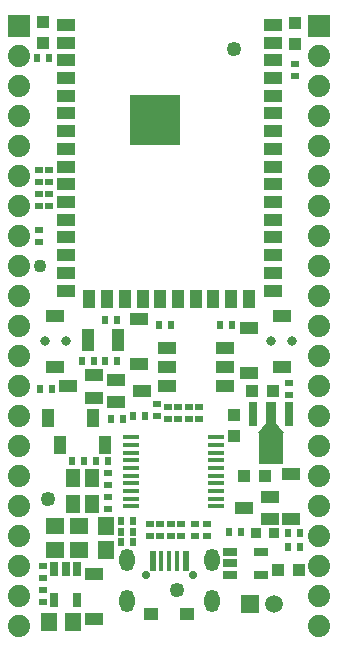
<source format=gbr>
G04 #@! TF.GenerationSoftware,KiCad,Pcbnew,5.1.0-rc2-unknown-036be7d~80~ubuntu16.04.1*
G04 #@! TF.CreationDate,2020-07-14T15:33:40+03:00*
G04 #@! TF.ProjectId,ESP32-S2-DevKit-Lipo_Rev_B,45535033-322d-4533-922d-4465764b6974,B*
G04 #@! TF.SameCoordinates,Original*
G04 #@! TF.FileFunction,Soldermask,Top*
G04 #@! TF.FilePolarity,Negative*
%FSLAX46Y46*%
G04 Gerber Fmt 4.6, Leading zero omitted, Abs format (unit mm)*
G04 Created by KiCad (PCBNEW 5.1.0-rc2-unknown-036be7d~80~ubuntu16.04.1) date 2020-07-14 15:33:40*
%MOMM*%
%LPD*%
G04 APERTURE LIST*
%ADD10R,1.101600X1.501600*%
%ADD11R,0.651600X0.601600*%
%ADD12R,1.101600X1.901600*%
%ADD13R,0.601600X0.651600*%
%ADD14R,1.501600X1.101600*%
%ADD15C,0.901600*%
%ADD16C,0.100000*%
%ADD17R,2.101600X2.701600*%
%ADD18R,0.801600X2.001600*%
%ADD19R,0.901600X2.001600*%
%ADD20R,1.625600X1.371600*%
%ADD21C,1.501600*%
%ADD22R,1.501600X1.501600*%
%ADD23R,0.901600X0.901600*%
%ADD24C,1.101600*%
%ADD25R,1.301600X1.501600*%
%ADD26C,1.254000*%
%ADD27R,1.301600X0.651600*%
%ADD28R,1.371600X0.426600*%
%ADD29R,0.601600X1.751600*%
%ADD30R,0.426600X1.751600*%
%ADD31C,0.701600*%
%ADD32R,1.201600X1.101600*%
%ADD33O,1.301600X1.901600*%
%ADD34C,0.801600*%
%ADD35R,1.601600X1.001600*%
%ADD36R,1.117600X1.117600*%
%ADD37C,1.879600*%
%ADD38R,1.879600X1.879600*%
%ADD39R,1.601600X1.101600*%
%ADD40R,4.201600X4.201600*%
%ADD41R,1.001600X1.601600*%
%ADD42R,1.201600X1.201600*%
%ADD43R,1.371600X1.625600*%
%ADD44R,0.651600X1.301600*%
G04 APERTURE END LIST*
D10*
X137028000Y-100457000D03*
X133228000Y-100457000D03*
D11*
X142494000Y-99314000D03*
X142494000Y-100330000D03*
D12*
X139172000Y-93853000D03*
X136672000Y-93853000D03*
D13*
X136144000Y-95631000D03*
X137160000Y-95631000D03*
X139065000Y-95631000D03*
X138049000Y-95631000D03*
D14*
X138973560Y-97221040D03*
X138973560Y-99123500D03*
X141183360Y-98168460D03*
D15*
X152146000Y-101277000D03*
D16*
G36*
X151034049Y-101727800D02*
G01*
X151822949Y-100826200D01*
X152469051Y-100826200D01*
X153257951Y-101727800D01*
X151034049Y-101727800D01*
X151034049Y-101727800D01*
G37*
D17*
X152146000Y-102977000D03*
D18*
X150646000Y-100127000D03*
D19*
X152146000Y-100127000D03*
D18*
X153646000Y-100127000D03*
D20*
X133858000Y-111633000D03*
X133858000Y-109601000D03*
D21*
X152384760Y-116222780D03*
D22*
X150355300Y-116225320D03*
D23*
X150876000Y-110236000D03*
X152400000Y-110236000D03*
D24*
X132588000Y-87630000D03*
D25*
X136944000Y-105580000D03*
X135344000Y-107780000D03*
X136944000Y-107780000D03*
X135344000Y-105580000D03*
D14*
X152046940Y-109026960D03*
X152046940Y-107124500D03*
X149837140Y-108079540D03*
D26*
X133223000Y-107315000D03*
X144145000Y-115062000D03*
X148971000Y-69215000D03*
D14*
X134914640Y-97792540D03*
X137124440Y-96837500D03*
X137124440Y-98739960D03*
D27*
X148687000Y-111826000D03*
X148687000Y-112776000D03*
X148687000Y-113726000D03*
X151287000Y-111826000D03*
X151287000Y-113726000D03*
D28*
X147510500Y-102104000D03*
X147510500Y-102754000D03*
X147510500Y-103404000D03*
X147510500Y-104054000D03*
X147510500Y-104704000D03*
X147510500Y-105354000D03*
X147510500Y-106004000D03*
X147510500Y-106654000D03*
X147510500Y-107304000D03*
X147510500Y-107954000D03*
X140271500Y-107954000D03*
X140271500Y-107304000D03*
X140271500Y-106654000D03*
X140271500Y-106004000D03*
X140271500Y-105354000D03*
X140271500Y-104704000D03*
X140271500Y-104054000D03*
X140271500Y-103404000D03*
X140271500Y-102754000D03*
X140271500Y-102104000D03*
D29*
X142122500Y-112547000D03*
D30*
X142860000Y-112547000D03*
X143510000Y-112547000D03*
X144160000Y-112547000D03*
D29*
X144897500Y-112547000D03*
D31*
X141510000Y-113797000D03*
X145510000Y-113797000D03*
D32*
X142010000Y-117097000D03*
X145010000Y-117097000D03*
D33*
X139910000Y-115947000D03*
X139910000Y-112477000D03*
X147110000Y-112477000D03*
X147110000Y-115947000D03*
D34*
X134758000Y-93980000D03*
X132958000Y-93980000D03*
D35*
X133858000Y-91803000D03*
X133858000Y-96157000D03*
D14*
X137160000Y-113670000D03*
X137160000Y-117470000D03*
X153860500Y-109024500D03*
X153860500Y-105224500D03*
D10*
X138044000Y-102743000D03*
X134244000Y-102743000D03*
D36*
X154495500Y-113347500D03*
X152717500Y-113347500D03*
D13*
X154559000Y-110236000D03*
X153543000Y-110236000D03*
D11*
X145669000Y-110490000D03*
X145669000Y-109474000D03*
X142748000Y-109474000D03*
X142748000Y-110490000D03*
X143637000Y-109474000D03*
X143637000Y-110490000D03*
D13*
X148590000Y-110109000D03*
X149606000Y-110109000D03*
X154559000Y-111379000D03*
X153543000Y-111379000D03*
X139446000Y-109220000D03*
X140462000Y-109220000D03*
X140462000Y-110109000D03*
X139446000Y-110109000D03*
X136271000Y-104140000D03*
X135255000Y-104140000D03*
X138557000Y-100584000D03*
X139573000Y-100584000D03*
D11*
X132842000Y-113029999D03*
X132842000Y-114045999D03*
X132461000Y-84582000D03*
X132461000Y-85598000D03*
X132461000Y-81533999D03*
X132461000Y-82549999D03*
X132842000Y-116077999D03*
X132842000Y-115061999D03*
X133350000Y-80518000D03*
X133350000Y-79502000D03*
X141859000Y-110490000D03*
X141859000Y-109474000D03*
X138303000Y-105156000D03*
X138303000Y-106172000D03*
D13*
X140462000Y-110998000D03*
X139446000Y-110998000D03*
D35*
X153035000Y-96157000D03*
X153035000Y-91803000D03*
D34*
X152135000Y-93980000D03*
X153935000Y-93980000D03*
D36*
X151638000Y-105410000D03*
X149860000Y-105410000D03*
D11*
X133350000Y-82549999D03*
X133350000Y-81533999D03*
X143383000Y-100584000D03*
X143383000Y-99568000D03*
X146050000Y-100584000D03*
X146050000Y-99568000D03*
D37*
X130810000Y-118110000D03*
X130810000Y-74930000D03*
X130810000Y-72390000D03*
X130810000Y-69850000D03*
D38*
X130810000Y-67310000D03*
D37*
X130810000Y-77470000D03*
X130810000Y-80010000D03*
X130810000Y-85090000D03*
X130810000Y-82550000D03*
X130810000Y-87630000D03*
X130810000Y-90170000D03*
X130810000Y-95250000D03*
X130810000Y-92710000D03*
X130810000Y-97790000D03*
X130810000Y-100330000D03*
X130810000Y-105410000D03*
X130810000Y-102870000D03*
X130810000Y-113030000D03*
X130810000Y-115570000D03*
X130810000Y-110490000D03*
X130810000Y-107950000D03*
X156210000Y-118110000D03*
X156210000Y-74930000D03*
X156210000Y-72390000D03*
X156210000Y-69850000D03*
D38*
X156210000Y-67310000D03*
D37*
X156210000Y-77470000D03*
X156210000Y-80010000D03*
X156210000Y-85090000D03*
X156210000Y-82550000D03*
X156210000Y-87630000D03*
X156210000Y-90170000D03*
X156210000Y-95250000D03*
X156210000Y-92710000D03*
X156210000Y-97790000D03*
X156210000Y-100330000D03*
X156210000Y-105410000D03*
X156210000Y-102870000D03*
X156210000Y-113030000D03*
X156210000Y-115570000D03*
X156210000Y-110490000D03*
X156210000Y-107950000D03*
D13*
X140462000Y-100330000D03*
X141478000Y-100330000D03*
D11*
X132461000Y-79502000D03*
X132461000Y-80518000D03*
X144272000Y-99568000D03*
X144272000Y-100584000D03*
X145161000Y-99568000D03*
X145161000Y-100584000D03*
X144526000Y-109474000D03*
X144526000Y-110490000D03*
X154178000Y-70485000D03*
X154178000Y-71501000D03*
D13*
X138049000Y-92202000D03*
X139065000Y-92202000D03*
X142621000Y-92583000D03*
X143637000Y-92583000D03*
D39*
X143346000Y-94539000D03*
X143346000Y-96139000D03*
X143346000Y-97739000D03*
X148246000Y-97739000D03*
X148246000Y-96139000D03*
X148246000Y-94539000D03*
D40*
X142320000Y-75234000D03*
D35*
X134760000Y-67184000D03*
D22*
X142320000Y-75234000D03*
D35*
X134760000Y-68684000D03*
X134760000Y-70184000D03*
X134760000Y-71684000D03*
X134760000Y-73184000D03*
X134760000Y-74684000D03*
X134760000Y-76184000D03*
X134760000Y-77684000D03*
X134760000Y-79184000D03*
X134760000Y-80684000D03*
X134760000Y-82184000D03*
X134760000Y-83684000D03*
X134760000Y-85184000D03*
X134760000Y-86684000D03*
X134760000Y-88184000D03*
X134760000Y-89684000D03*
D41*
X136760000Y-90434000D03*
X138260000Y-90434000D03*
X139760000Y-90434000D03*
X141260000Y-90434000D03*
X142760000Y-90434000D03*
X144260000Y-90434000D03*
X145760000Y-90434000D03*
X147260000Y-90434000D03*
X148760000Y-90434000D03*
X150260000Y-90434000D03*
D35*
X152260000Y-89684000D03*
X152260000Y-88184000D03*
X152260000Y-86684000D03*
X152260000Y-85184000D03*
X152260000Y-83684000D03*
X152260000Y-82184000D03*
X152260000Y-80684000D03*
X152260000Y-79184000D03*
X152260000Y-77684000D03*
X152260000Y-76184000D03*
X152260000Y-74684000D03*
X152260000Y-73184000D03*
X152260000Y-71684000D03*
X152260000Y-70184000D03*
X152260000Y-68684000D03*
X152260000Y-67184000D03*
D42*
X140820000Y-73734000D03*
X142320000Y-73734000D03*
X143820000Y-73734000D03*
X140820000Y-75234000D03*
X143820000Y-75234000D03*
X140820000Y-76734000D03*
X142320000Y-76734000D03*
X143820000Y-76734000D03*
D11*
X153670000Y-97536000D03*
X153670000Y-98552000D03*
X146685000Y-110490000D03*
X146685000Y-109474000D03*
X138303000Y-108204000D03*
X138303000Y-107188000D03*
D36*
X148971000Y-100203000D03*
X148971000Y-101981000D03*
D13*
X137287000Y-104140000D03*
X138303000Y-104140000D03*
D20*
X135890000Y-111633000D03*
X135890000Y-109601000D03*
D43*
X133350000Y-117729000D03*
X135382000Y-117729000D03*
D36*
X152273000Y-98171000D03*
X150495000Y-98171000D03*
X132842000Y-66929000D03*
X132842000Y-68707000D03*
D13*
X133604000Y-98044000D03*
X132588000Y-98044000D03*
X147828000Y-92583000D03*
X148844000Y-92583000D03*
D36*
X154178000Y-67056000D03*
X154178000Y-68834000D03*
D13*
X133350000Y-69977000D03*
X132334000Y-69977000D03*
D43*
X138176000Y-111633000D03*
X138176000Y-109601000D03*
D44*
X135697000Y-113254000D03*
X134747000Y-113254000D03*
X133797000Y-113254000D03*
X135697000Y-115854000D03*
X133797000Y-115854000D03*
D14*
X150241000Y-96642000D03*
X150241000Y-92842000D03*
X140970000Y-92080000D03*
X140970000Y-95880000D03*
M02*

</source>
